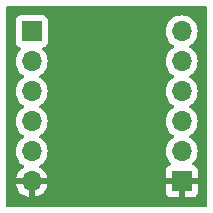
<source format=gbl>
%TF.GenerationSoftware,KiCad,Pcbnew,8.0.4*%
%TF.CreationDate,2025-01-06T14:26:04+00:00*%
%TF.ProjectId,essop_10_breakout,6573736f-705f-4313-905f-627265616b6f,rev?*%
%TF.SameCoordinates,Original*%
%TF.FileFunction,Copper,L2,Bot*%
%TF.FilePolarity,Positive*%
%FSLAX46Y46*%
G04 Gerber Fmt 4.6, Leading zero omitted, Abs format (unit mm)*
G04 Created by KiCad (PCBNEW 8.0.4) date 2025-01-06 14:26:04*
%MOMM*%
%LPD*%
G01*
G04 APERTURE LIST*
%TA.AperFunction,ComponentPad*%
%ADD10R,1.700000X1.700000*%
%TD*%
%TA.AperFunction,ComponentPad*%
%ADD11O,1.700000X1.700000*%
%TD*%
%TA.AperFunction,ViaPad*%
%ADD12C,0.600000*%
%TD*%
%TA.AperFunction,Conductor*%
%ADD13C,0.200000*%
%TD*%
%TA.AperFunction,Conductor*%
%ADD14C,0.500000*%
%TD*%
G04 APERTURE END LIST*
D10*
%TO.P,J5,1,Pin_1*%
%TO.N,Net-(J5-Pin_1)*%
X52650000Y-52650000D03*
D11*
%TO.P,J5,2,Pin_2*%
%TO.N,/PIN2*%
X52650000Y-55190000D03*
%TO.P,J5,3,Pin_3*%
%TO.N,/PIN3*%
X52650000Y-57730000D03*
%TO.P,J5,4,Pin_4*%
%TO.N,Net-(J5-Pin_4)*%
X52650000Y-60270000D03*
%TO.P,J5,5,Pin_5*%
%TO.N,Net-(J5-Pin_5)*%
X52650000Y-62810000D03*
%TO.P,J5,6,Pin_6*%
%TO.N,/GND*%
X52650000Y-65350000D03*
%TD*%
D10*
%TO.P,J6,1,Pin_1*%
%TO.N,/GND*%
X65350000Y-65350000D03*
D11*
%TO.P,J6,2,Pin_2*%
%TO.N,/PIN6*%
X65350000Y-62810000D03*
%TO.P,J6,3,Pin_3*%
%TO.N,/PIN7*%
X65350000Y-60270000D03*
%TO.P,J6,4,Pin_4*%
%TO.N,/PIN8*%
X65350000Y-57730000D03*
%TO.P,J6,5,Pin_5*%
%TO.N,Net-(J6-Pin_5)*%
X65350000Y-55190000D03*
%TO.P,J6,6,Pin_6*%
%TO.N,Net-(J6-Pin_6)*%
X65350000Y-52650000D03*
%TD*%
D12*
%TO.N,/GND*%
X59000000Y-54360000D03*
%TD*%
D13*
%TO.N,/GND*%
X59010000Y-54370000D02*
X59000000Y-54380000D01*
D14*
X59020000Y-60750000D02*
X63620000Y-65350000D01*
X59000000Y-54380000D02*
X59000000Y-59000000D01*
X54330000Y-65350000D02*
X52650000Y-65350000D01*
X63620000Y-65350000D02*
X65350000Y-65350000D01*
X59020000Y-60660000D02*
X54330000Y-65350000D01*
X59020000Y-59020000D02*
X59020000Y-60750000D01*
D13*
X59020000Y-59020000D02*
X59020000Y-60660000D01*
X59000000Y-59000000D02*
X59020000Y-59020000D01*
%TD*%
%TA.AperFunction,Conductor*%
%TO.N,/GND*%
G36*
X67442539Y-50520185D02*
G01*
X67488294Y-50572989D01*
X67499500Y-50624500D01*
X67499500Y-67375500D01*
X67479815Y-67442539D01*
X67427011Y-67488294D01*
X67375500Y-67499500D01*
X50624500Y-67499500D01*
X50557461Y-67479815D01*
X50511706Y-67427011D01*
X50500500Y-67375500D01*
X50500500Y-55189999D01*
X51294341Y-55189999D01*
X51294341Y-55190000D01*
X51314936Y-55425403D01*
X51314938Y-55425413D01*
X51376094Y-55653655D01*
X51376096Y-55653659D01*
X51376097Y-55653663D01*
X51475965Y-55867830D01*
X51475967Y-55867834D01*
X51611501Y-56061395D01*
X51611506Y-56061402D01*
X51778597Y-56228493D01*
X51778603Y-56228498D01*
X51964158Y-56358425D01*
X52007783Y-56413002D01*
X52014977Y-56482500D01*
X51983454Y-56544855D01*
X51964158Y-56561575D01*
X51778597Y-56691505D01*
X51611505Y-56858597D01*
X51475965Y-57052169D01*
X51475964Y-57052171D01*
X51376098Y-57266335D01*
X51376094Y-57266344D01*
X51314938Y-57494586D01*
X51314936Y-57494596D01*
X51294341Y-57729999D01*
X51294341Y-57730000D01*
X51314936Y-57965403D01*
X51314938Y-57965413D01*
X51376094Y-58193655D01*
X51376096Y-58193659D01*
X51376097Y-58193663D01*
X51475965Y-58407830D01*
X51475967Y-58407834D01*
X51611501Y-58601395D01*
X51611506Y-58601402D01*
X51778597Y-58768493D01*
X51778603Y-58768498D01*
X51964158Y-58898425D01*
X52007783Y-58953002D01*
X52014977Y-59022500D01*
X51983454Y-59084855D01*
X51964158Y-59101575D01*
X51778597Y-59231505D01*
X51611505Y-59398597D01*
X51475965Y-59592169D01*
X51475964Y-59592171D01*
X51376098Y-59806335D01*
X51376094Y-59806344D01*
X51314938Y-60034586D01*
X51314936Y-60034596D01*
X51294341Y-60269999D01*
X51294341Y-60270000D01*
X51314936Y-60505403D01*
X51314938Y-60505413D01*
X51376094Y-60733655D01*
X51376096Y-60733659D01*
X51376097Y-60733663D01*
X51475965Y-60947830D01*
X51475967Y-60947834D01*
X51611501Y-61141395D01*
X51611506Y-61141402D01*
X51778597Y-61308493D01*
X51778603Y-61308498D01*
X51964158Y-61438425D01*
X52007783Y-61493002D01*
X52014977Y-61562500D01*
X51983454Y-61624855D01*
X51964158Y-61641575D01*
X51778597Y-61771505D01*
X51611505Y-61938597D01*
X51475965Y-62132169D01*
X51475964Y-62132171D01*
X51376098Y-62346335D01*
X51376094Y-62346344D01*
X51314938Y-62574586D01*
X51314936Y-62574596D01*
X51294341Y-62809999D01*
X51294341Y-62810000D01*
X51314936Y-63045403D01*
X51314938Y-63045413D01*
X51376094Y-63273655D01*
X51376096Y-63273659D01*
X51376097Y-63273663D01*
X51475965Y-63487830D01*
X51475967Y-63487834D01*
X51584281Y-63642521D01*
X51611501Y-63681396D01*
X51611506Y-63681402D01*
X51778597Y-63848493D01*
X51778603Y-63848498D01*
X51964594Y-63978730D01*
X52008219Y-64033307D01*
X52015413Y-64102805D01*
X51983890Y-64165160D01*
X51964595Y-64181880D01*
X51778922Y-64311890D01*
X51778920Y-64311891D01*
X51611891Y-64478920D01*
X51611886Y-64478926D01*
X51476400Y-64672420D01*
X51476399Y-64672422D01*
X51376570Y-64886507D01*
X51376567Y-64886513D01*
X51319364Y-65099999D01*
X51319364Y-65100000D01*
X52216988Y-65100000D01*
X52184075Y-65157007D01*
X52150000Y-65284174D01*
X52150000Y-65415826D01*
X52184075Y-65542993D01*
X52216988Y-65600000D01*
X51319364Y-65600000D01*
X51376567Y-65813486D01*
X51376570Y-65813492D01*
X51476399Y-66027578D01*
X51611894Y-66221082D01*
X51778917Y-66388105D01*
X51972421Y-66523600D01*
X52186507Y-66623429D01*
X52186516Y-66623433D01*
X52400000Y-66680634D01*
X52400000Y-65783012D01*
X52457007Y-65815925D01*
X52584174Y-65850000D01*
X52715826Y-65850000D01*
X52842993Y-65815925D01*
X52900000Y-65783012D01*
X52900000Y-66680633D01*
X53113483Y-66623433D01*
X53113492Y-66623429D01*
X53327578Y-66523600D01*
X53521082Y-66388105D01*
X53688105Y-66221082D01*
X53823600Y-66027578D01*
X53923429Y-65813492D01*
X53923432Y-65813486D01*
X53980636Y-65600000D01*
X53083012Y-65600000D01*
X53115925Y-65542993D01*
X53150000Y-65415826D01*
X53150000Y-65284174D01*
X53115925Y-65157007D01*
X53083012Y-65100000D01*
X53980636Y-65100000D01*
X53980635Y-65099999D01*
X53923432Y-64886513D01*
X53923429Y-64886507D01*
X53823600Y-64672422D01*
X53823599Y-64672420D01*
X53688113Y-64478926D01*
X53688108Y-64478920D01*
X53521078Y-64311890D01*
X53335405Y-64181879D01*
X53291780Y-64127302D01*
X53284588Y-64057804D01*
X53316110Y-63995449D01*
X53335406Y-63978730D01*
X53447500Y-63900241D01*
X53521401Y-63848495D01*
X53688495Y-63681401D01*
X53824035Y-63487830D01*
X53923903Y-63273663D01*
X53985063Y-63045408D01*
X54005659Y-62810000D01*
X53985063Y-62574592D01*
X53923903Y-62346337D01*
X53824035Y-62132171D01*
X53688495Y-61938599D01*
X53688494Y-61938597D01*
X53521402Y-61771506D01*
X53521396Y-61771501D01*
X53335842Y-61641575D01*
X53292217Y-61586998D01*
X53285023Y-61517500D01*
X53316546Y-61455145D01*
X53335842Y-61438425D01*
X53358026Y-61422891D01*
X53521401Y-61308495D01*
X53688495Y-61141401D01*
X53824035Y-60947830D01*
X53923903Y-60733663D01*
X53985063Y-60505408D01*
X54005659Y-60270000D01*
X53985063Y-60034592D01*
X53923903Y-59806337D01*
X53824035Y-59592171D01*
X53688495Y-59398599D01*
X53688494Y-59398597D01*
X53521402Y-59231506D01*
X53521396Y-59231501D01*
X53335842Y-59101575D01*
X53292217Y-59046998D01*
X53285023Y-58977500D01*
X53316546Y-58915145D01*
X53335842Y-58898425D01*
X53358026Y-58882891D01*
X53521401Y-58768495D01*
X53688495Y-58601401D01*
X53824035Y-58407830D01*
X53923903Y-58193663D01*
X53985063Y-57965408D01*
X54005659Y-57730000D01*
X53985063Y-57494592D01*
X53923903Y-57266337D01*
X53824035Y-57052171D01*
X53688495Y-56858599D01*
X53688494Y-56858597D01*
X53521402Y-56691506D01*
X53521396Y-56691501D01*
X53335842Y-56561575D01*
X53292217Y-56506998D01*
X53285023Y-56437500D01*
X53316546Y-56375145D01*
X53335842Y-56358425D01*
X53358026Y-56342891D01*
X53521401Y-56228495D01*
X53688495Y-56061401D01*
X53824035Y-55867830D01*
X53923903Y-55653663D01*
X53985063Y-55425408D01*
X54005659Y-55190000D01*
X53985063Y-54954592D01*
X53923903Y-54726337D01*
X53824035Y-54512171D01*
X53688495Y-54318599D01*
X53566567Y-54196671D01*
X53533084Y-54135351D01*
X53538068Y-54065659D01*
X53579939Y-54009725D01*
X53610915Y-53992810D01*
X53742331Y-53943796D01*
X53857546Y-53857546D01*
X53943796Y-53742331D01*
X53994091Y-53607483D01*
X54000500Y-53547873D01*
X54000499Y-52649999D01*
X63994341Y-52649999D01*
X63994341Y-52650000D01*
X64014936Y-52885403D01*
X64014938Y-52885413D01*
X64076094Y-53113655D01*
X64076096Y-53113659D01*
X64076097Y-53113663D01*
X64175965Y-53327830D01*
X64175967Y-53327834D01*
X64311501Y-53521395D01*
X64311506Y-53521402D01*
X64478597Y-53688493D01*
X64478603Y-53688498D01*
X64664158Y-53818425D01*
X64707783Y-53873002D01*
X64714977Y-53942500D01*
X64683454Y-54004855D01*
X64664158Y-54021575D01*
X64478597Y-54151505D01*
X64311505Y-54318597D01*
X64175965Y-54512169D01*
X64175964Y-54512171D01*
X64076098Y-54726335D01*
X64076094Y-54726344D01*
X64014938Y-54954586D01*
X64014936Y-54954596D01*
X63994341Y-55189999D01*
X63994341Y-55190000D01*
X64014936Y-55425403D01*
X64014938Y-55425413D01*
X64076094Y-55653655D01*
X64076096Y-55653659D01*
X64076097Y-55653663D01*
X64175965Y-55867830D01*
X64175967Y-55867834D01*
X64311501Y-56061395D01*
X64311506Y-56061402D01*
X64478597Y-56228493D01*
X64478603Y-56228498D01*
X64664158Y-56358425D01*
X64707783Y-56413002D01*
X64714977Y-56482500D01*
X64683454Y-56544855D01*
X64664158Y-56561575D01*
X64478597Y-56691505D01*
X64311505Y-56858597D01*
X64175965Y-57052169D01*
X64175964Y-57052171D01*
X64076098Y-57266335D01*
X64076094Y-57266344D01*
X64014938Y-57494586D01*
X64014936Y-57494596D01*
X63994341Y-57729999D01*
X63994341Y-57730000D01*
X64014936Y-57965403D01*
X64014938Y-57965413D01*
X64076094Y-58193655D01*
X64076096Y-58193659D01*
X64076097Y-58193663D01*
X64175965Y-58407830D01*
X64175967Y-58407834D01*
X64311501Y-58601395D01*
X64311506Y-58601402D01*
X64478597Y-58768493D01*
X64478603Y-58768498D01*
X64664158Y-58898425D01*
X64707783Y-58953002D01*
X64714977Y-59022500D01*
X64683454Y-59084855D01*
X64664158Y-59101575D01*
X64478597Y-59231505D01*
X64311505Y-59398597D01*
X64175965Y-59592169D01*
X64175964Y-59592171D01*
X64076098Y-59806335D01*
X64076094Y-59806344D01*
X64014938Y-60034586D01*
X64014936Y-60034596D01*
X63994341Y-60269999D01*
X63994341Y-60270000D01*
X64014936Y-60505403D01*
X64014938Y-60505413D01*
X64076094Y-60733655D01*
X64076096Y-60733659D01*
X64076097Y-60733663D01*
X64175965Y-60947830D01*
X64175967Y-60947834D01*
X64311501Y-61141395D01*
X64311506Y-61141402D01*
X64478597Y-61308493D01*
X64478603Y-61308498D01*
X64664158Y-61438425D01*
X64707783Y-61493002D01*
X64714977Y-61562500D01*
X64683454Y-61624855D01*
X64664158Y-61641575D01*
X64478597Y-61771505D01*
X64311505Y-61938597D01*
X64175965Y-62132169D01*
X64175964Y-62132171D01*
X64076098Y-62346335D01*
X64076094Y-62346344D01*
X64014938Y-62574586D01*
X64014936Y-62574596D01*
X63994341Y-62809999D01*
X63994341Y-62810000D01*
X64014936Y-63045403D01*
X64014938Y-63045413D01*
X64076094Y-63273655D01*
X64076096Y-63273659D01*
X64076097Y-63273663D01*
X64175965Y-63487830D01*
X64175967Y-63487834D01*
X64284281Y-63642521D01*
X64311501Y-63681396D01*
X64311506Y-63681402D01*
X64433818Y-63803714D01*
X64467303Y-63865037D01*
X64462319Y-63934729D01*
X64420447Y-63990662D01*
X64389471Y-64007577D01*
X64257912Y-64056646D01*
X64257906Y-64056649D01*
X64142812Y-64142809D01*
X64142809Y-64142812D01*
X64056649Y-64257906D01*
X64056645Y-64257913D01*
X64006403Y-64392620D01*
X64006401Y-64392627D01*
X64000000Y-64452155D01*
X64000000Y-65100000D01*
X64916988Y-65100000D01*
X64884075Y-65157007D01*
X64850000Y-65284174D01*
X64850000Y-65415826D01*
X64884075Y-65542993D01*
X64916988Y-65600000D01*
X64000000Y-65600000D01*
X64000000Y-66247844D01*
X64006401Y-66307372D01*
X64006403Y-66307379D01*
X64056645Y-66442086D01*
X64056649Y-66442093D01*
X64142809Y-66557187D01*
X64142812Y-66557190D01*
X64257906Y-66643350D01*
X64257913Y-66643354D01*
X64392620Y-66693596D01*
X64392627Y-66693598D01*
X64452155Y-66699999D01*
X64452172Y-66700000D01*
X65100000Y-66700000D01*
X65100000Y-65783012D01*
X65157007Y-65815925D01*
X65284174Y-65850000D01*
X65415826Y-65850000D01*
X65542993Y-65815925D01*
X65600000Y-65783012D01*
X65600000Y-66700000D01*
X66247828Y-66700000D01*
X66247844Y-66699999D01*
X66307372Y-66693598D01*
X66307379Y-66693596D01*
X66442086Y-66643354D01*
X66442093Y-66643350D01*
X66557187Y-66557190D01*
X66557190Y-66557187D01*
X66643350Y-66442093D01*
X66643354Y-66442086D01*
X66693596Y-66307379D01*
X66693598Y-66307372D01*
X66699999Y-66247844D01*
X66700000Y-66247827D01*
X66700000Y-65600000D01*
X65783012Y-65600000D01*
X65815925Y-65542993D01*
X65850000Y-65415826D01*
X65850000Y-65284174D01*
X65815925Y-65157007D01*
X65783012Y-65100000D01*
X66700000Y-65100000D01*
X66700000Y-64452172D01*
X66699999Y-64452155D01*
X66693598Y-64392627D01*
X66693596Y-64392620D01*
X66643354Y-64257913D01*
X66643350Y-64257906D01*
X66557190Y-64142812D01*
X66557187Y-64142809D01*
X66442093Y-64056649D01*
X66442088Y-64056646D01*
X66310528Y-64007577D01*
X66254595Y-63965705D01*
X66230178Y-63900241D01*
X66245030Y-63831968D01*
X66266175Y-63803720D01*
X66388495Y-63681401D01*
X66524035Y-63487830D01*
X66623903Y-63273663D01*
X66685063Y-63045408D01*
X66705659Y-62810000D01*
X66685063Y-62574592D01*
X66623903Y-62346337D01*
X66524035Y-62132171D01*
X66388495Y-61938599D01*
X66388494Y-61938597D01*
X66221402Y-61771506D01*
X66221396Y-61771501D01*
X66035842Y-61641575D01*
X65992217Y-61586998D01*
X65985023Y-61517500D01*
X66016546Y-61455145D01*
X66035842Y-61438425D01*
X66058026Y-61422891D01*
X66221401Y-61308495D01*
X66388495Y-61141401D01*
X66524035Y-60947830D01*
X66623903Y-60733663D01*
X66685063Y-60505408D01*
X66705659Y-60270000D01*
X66685063Y-60034592D01*
X66623903Y-59806337D01*
X66524035Y-59592171D01*
X66388495Y-59398599D01*
X66388494Y-59398597D01*
X66221402Y-59231506D01*
X66221396Y-59231501D01*
X66035842Y-59101575D01*
X65992217Y-59046998D01*
X65985023Y-58977500D01*
X66016546Y-58915145D01*
X66035842Y-58898425D01*
X66058026Y-58882891D01*
X66221401Y-58768495D01*
X66388495Y-58601401D01*
X66524035Y-58407830D01*
X66623903Y-58193663D01*
X66685063Y-57965408D01*
X66705659Y-57730000D01*
X66685063Y-57494592D01*
X66623903Y-57266337D01*
X66524035Y-57052171D01*
X66388495Y-56858599D01*
X66388494Y-56858597D01*
X66221402Y-56691506D01*
X66221396Y-56691501D01*
X66035842Y-56561575D01*
X65992217Y-56506998D01*
X65985023Y-56437500D01*
X66016546Y-56375145D01*
X66035842Y-56358425D01*
X66058026Y-56342891D01*
X66221401Y-56228495D01*
X66388495Y-56061401D01*
X66524035Y-55867830D01*
X66623903Y-55653663D01*
X66685063Y-55425408D01*
X66705659Y-55190000D01*
X66685063Y-54954592D01*
X66623903Y-54726337D01*
X66524035Y-54512171D01*
X66388495Y-54318599D01*
X66388494Y-54318597D01*
X66221402Y-54151506D01*
X66221396Y-54151501D01*
X66035842Y-54021575D01*
X65992217Y-53966998D01*
X65985023Y-53897500D01*
X66016546Y-53835145D01*
X66035842Y-53818425D01*
X66058026Y-53802891D01*
X66221401Y-53688495D01*
X66388495Y-53521401D01*
X66524035Y-53327830D01*
X66623903Y-53113663D01*
X66685063Y-52885408D01*
X66705659Y-52650000D01*
X66685063Y-52414592D01*
X66623903Y-52186337D01*
X66524035Y-51972171D01*
X66388495Y-51778599D01*
X66388494Y-51778597D01*
X66221402Y-51611506D01*
X66221395Y-51611501D01*
X66027834Y-51475967D01*
X66027830Y-51475965D01*
X66027828Y-51475964D01*
X65813663Y-51376097D01*
X65813659Y-51376096D01*
X65813655Y-51376094D01*
X65585413Y-51314938D01*
X65585403Y-51314936D01*
X65350001Y-51294341D01*
X65349999Y-51294341D01*
X65114596Y-51314936D01*
X65114586Y-51314938D01*
X64886344Y-51376094D01*
X64886335Y-51376098D01*
X64672171Y-51475964D01*
X64672169Y-51475965D01*
X64478597Y-51611505D01*
X64311505Y-51778597D01*
X64175965Y-51972169D01*
X64175964Y-51972171D01*
X64076098Y-52186335D01*
X64076094Y-52186344D01*
X64014938Y-52414586D01*
X64014936Y-52414596D01*
X63994341Y-52649999D01*
X54000499Y-52649999D01*
X54000499Y-51752128D01*
X53994091Y-51692517D01*
X53943796Y-51557669D01*
X53943795Y-51557668D01*
X53943793Y-51557664D01*
X53857547Y-51442455D01*
X53857544Y-51442452D01*
X53742335Y-51356206D01*
X53742328Y-51356202D01*
X53607482Y-51305908D01*
X53607483Y-51305908D01*
X53547883Y-51299501D01*
X53547881Y-51299500D01*
X53547873Y-51299500D01*
X53547864Y-51299500D01*
X51752129Y-51299500D01*
X51752123Y-51299501D01*
X51692516Y-51305908D01*
X51557671Y-51356202D01*
X51557664Y-51356206D01*
X51442455Y-51442452D01*
X51442452Y-51442455D01*
X51356206Y-51557664D01*
X51356202Y-51557671D01*
X51305908Y-51692517D01*
X51299501Y-51752116D01*
X51299501Y-51752123D01*
X51299500Y-51752135D01*
X51299500Y-53547870D01*
X51299501Y-53547876D01*
X51305908Y-53607483D01*
X51356202Y-53742328D01*
X51356206Y-53742335D01*
X51442452Y-53857544D01*
X51442455Y-53857547D01*
X51557664Y-53943793D01*
X51557671Y-53943797D01*
X51689081Y-53992810D01*
X51745015Y-54034681D01*
X51769432Y-54100145D01*
X51754580Y-54168418D01*
X51733430Y-54196673D01*
X51611503Y-54318600D01*
X51475965Y-54512169D01*
X51475964Y-54512171D01*
X51376098Y-54726335D01*
X51376094Y-54726344D01*
X51314938Y-54954586D01*
X51314936Y-54954596D01*
X51294341Y-55189999D01*
X50500500Y-55189999D01*
X50500500Y-50624500D01*
X50520185Y-50557461D01*
X50572989Y-50511706D01*
X50624500Y-50500500D01*
X67375500Y-50500500D01*
X67442539Y-50520185D01*
G37*
%TD.AperFunction*%
%TD*%
M02*

</source>
